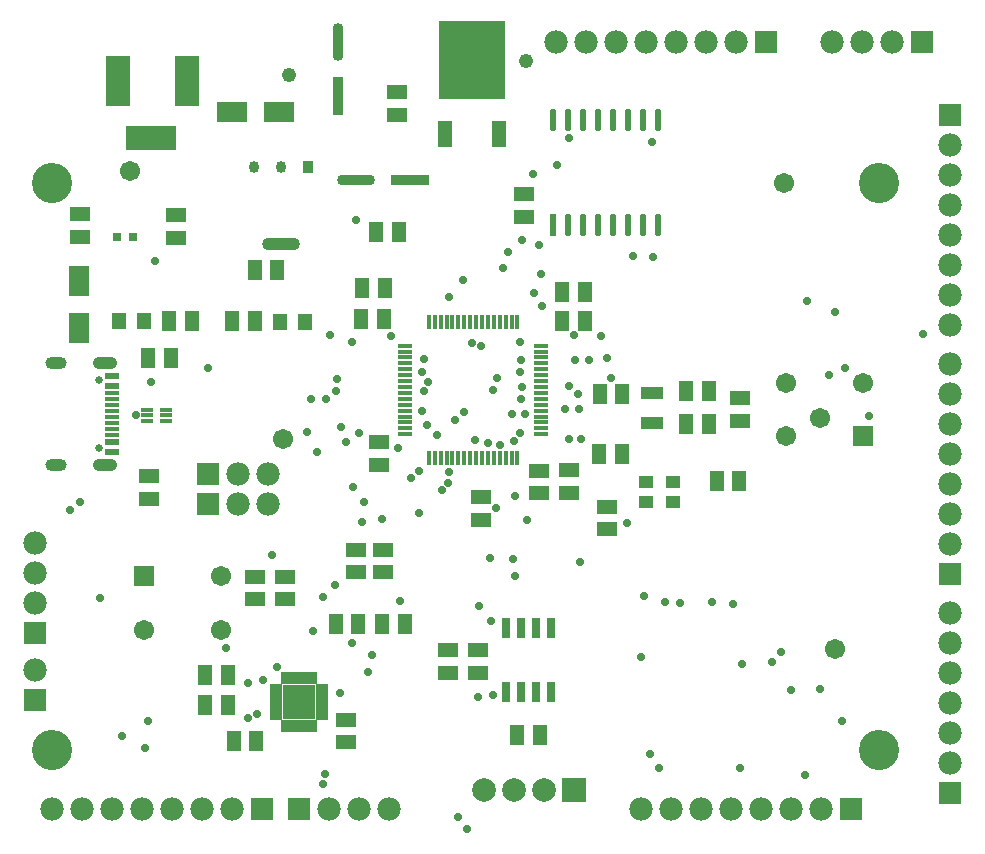
<source format=gts>
G04*
G04 #@! TF.GenerationSoftware,Altium Limited,Altium Designer,23.6.0 (18)*
G04*
G04 Layer_Color=8388736*
%FSLAX25Y25*%
%MOIN*%
G70*
G04*
G04 #@! TF.SameCoordinates,CC12AEB3-2111-4EF4-9384-BB861815B030*
G04*
G04*
G04 #@! TF.FilePolarity,Negative*
G04*
G01*
G75*
%ADD27R,0.01200X0.04700*%
%ADD28R,0.04700X0.01200*%
%ADD34R,0.02134X0.07378*%
G04:AMPARAMS|DCode=35|XSize=73.78mil|YSize=21.34mil|CornerRadius=10.67mil|HoleSize=0mil|Usage=FLASHONLY|Rotation=90.000|XOffset=0mil|YOffset=0mil|HoleType=Round|Shape=RoundedRectangle|*
%AMROUNDEDRECTD35*
21,1,0.07378,0.00000,0,0,90.0*
21,1,0.05244,0.02134,0,0,90.0*
1,1,0.02134,0.00000,0.02622*
1,1,0.02134,0.00000,-0.02622*
1,1,0.02134,0.00000,-0.02622*
1,1,0.02134,0.00000,0.02622*
%
%ADD35ROUNDEDRECTD35*%
G04:AMPARAMS|DCode=39|XSize=39.54mil|YSize=125.28mil|CornerRadius=17.2mil|HoleSize=0mil|Usage=FLASHONLY|Rotation=270.000|XOffset=0mil|YOffset=0mil|HoleType=Round|Shape=RoundedRectangle|*
%AMROUNDEDRECTD39*
21,1,0.03954,0.09088,0,0,270.0*
21,1,0.00514,0.12528,0,0,270.0*
1,1,0.03440,-0.04544,-0.00257*
1,1,0.03440,-0.04544,0.00257*
1,1,0.03440,0.04544,0.00257*
1,1,0.03440,0.04544,-0.00257*
%
%ADD39ROUNDEDRECTD39*%
G04:AMPARAMS|DCode=40|XSize=39.54mil|YSize=34.34mil|CornerRadius=17.17mil|HoleSize=0mil|Usage=FLASHONLY|Rotation=270.000|XOffset=0mil|YOffset=0mil|HoleType=Round|Shape=RoundedRectangle|*
%AMROUNDEDRECTD40*
21,1,0.03954,0.00000,0,0,270.0*
21,1,0.00520,0.03434,0,0,270.0*
1,1,0.03434,0.00000,-0.00260*
1,1,0.03434,0.00000,0.00260*
1,1,0.03434,0.00000,0.00260*
1,1,0.03434,0.00000,-0.00260*
%
%ADD40ROUNDEDRECTD40*%
%ADD41R,0.03434X0.03954*%
%ADD46R,0.06693X0.09843*%
%ADD47R,0.03898X0.01181*%
%ADD48R,0.04528X0.02362*%
%ADD49R,0.04528X0.01181*%
%ADD50R,0.07480X0.04331*%
%ADD51R,0.05118X0.04134*%
%ADD52R,0.02559X0.02756*%
%ADD53R,0.09843X0.06693*%
%ADD54R,0.04737X0.06706*%
%ADD55R,0.06706X0.04737*%
%ADD56R,0.03162X0.06902*%
%ADD57R,0.02178X0.03950*%
%ADD58R,0.04147X0.02178*%
%ADD59R,0.11036X0.11430*%
%ADD60R,0.05131X0.05524*%
%ADD61R,0.03556X0.12611*%
%ADD62O,0.03556X0.12611*%
%ADD63R,0.12611X0.03556*%
%ADD64O,0.12611X0.03556*%
%ADD65R,0.04540X0.09068*%
%ADD66R,0.22453X0.26391*%
%ADD67C,0.07800*%
%ADD68R,0.07800X0.07800*%
%ADD69C,0.13398*%
%ADD70R,0.07800X0.07800*%
%ADD71R,0.06706X0.06706*%
%ADD72C,0.06706*%
%ADD73C,0.02559*%
G04:AMPARAMS|DCode=74|XSize=39.37mil|YSize=82.68mil|CornerRadius=19.68mil|HoleSize=0mil|Usage=FLASHONLY|Rotation=270.000|XOffset=0mil|YOffset=0mil|HoleType=Round|Shape=RoundedRectangle|*
%AMROUNDEDRECTD74*
21,1,0.03937,0.04331,0,0,270.0*
21,1,0.00000,0.08268,0,0,270.0*
1,1,0.03937,-0.02165,0.00000*
1,1,0.03937,-0.02165,0.00000*
1,1,0.03937,0.02165,0.00000*
1,1,0.03937,0.02165,0.00000*
%
%ADD74ROUNDEDRECTD74*%
G04:AMPARAMS|DCode=75|XSize=39.37mil|YSize=70.87mil|CornerRadius=19.68mil|HoleSize=0mil|Usage=FLASHONLY|Rotation=270.000|XOffset=0mil|YOffset=0mil|HoleType=Round|Shape=RoundedRectangle|*
%AMROUNDEDRECTD75*
21,1,0.03937,0.03150,0,0,270.0*
21,1,0.00000,0.07087,0,0,270.0*
1,1,0.03937,-0.01575,0.00000*
1,1,0.03937,-0.01575,0.00000*
1,1,0.03937,0.01575,0.00000*
1,1,0.03937,0.01575,0.00000*
%
%ADD75ROUNDEDRECTD75*%
%ADD76R,0.16548X0.07887*%
%ADD77R,0.07887X0.16548*%
%ADD78C,0.07887*%
%ADD79R,0.07887X0.07887*%
%ADD80C,0.02800*%
%ADD81C,0.04800*%
%ADD82C,0.02769*%
D27*
X346264Y300862D02*
D03*
X344295D02*
D03*
X342327D02*
D03*
X340358D02*
D03*
X338390D02*
D03*
X336421D02*
D03*
X334453D02*
D03*
X332484D02*
D03*
X330516D02*
D03*
X328547D02*
D03*
X326579D02*
D03*
X324610D02*
D03*
X322642D02*
D03*
X320673D02*
D03*
X318705D02*
D03*
X316736D02*
D03*
Y346138D02*
D03*
X318705D02*
D03*
X320673D02*
D03*
X322642D02*
D03*
X324610D02*
D03*
X326579D02*
D03*
X328547D02*
D03*
X330516D02*
D03*
X332484D02*
D03*
X334453D02*
D03*
X336421D02*
D03*
X338390D02*
D03*
X340358D02*
D03*
X342327D02*
D03*
X344295D02*
D03*
X346264D02*
D03*
D28*
X308862Y308736D02*
D03*
Y310705D02*
D03*
Y312673D02*
D03*
Y314642D02*
D03*
Y316610D02*
D03*
Y318579D02*
D03*
Y320547D02*
D03*
Y322516D02*
D03*
Y324484D02*
D03*
Y326453D02*
D03*
Y328421D02*
D03*
Y330390D02*
D03*
Y332358D02*
D03*
Y334327D02*
D03*
Y336295D02*
D03*
Y338264D02*
D03*
X354138D02*
D03*
Y336295D02*
D03*
Y334327D02*
D03*
Y332358D02*
D03*
Y330390D02*
D03*
Y328421D02*
D03*
Y326453D02*
D03*
Y324484D02*
D03*
Y322516D02*
D03*
Y320547D02*
D03*
Y318579D02*
D03*
Y316610D02*
D03*
Y314642D02*
D03*
Y312673D02*
D03*
Y310705D02*
D03*
Y308736D02*
D03*
D34*
X358000Y378417D02*
D03*
D35*
X363000D02*
D03*
X368000D02*
D03*
X373000D02*
D03*
X378000D02*
D03*
X383000D02*
D03*
X388000D02*
D03*
X393000D02*
D03*
Y413583D02*
D03*
X388000D02*
D03*
X383000D02*
D03*
X378000D02*
D03*
X373000D02*
D03*
X368000D02*
D03*
X363000D02*
D03*
X358000D02*
D03*
D39*
X267500Y372028D02*
D03*
D40*
X258484Y397972D02*
D03*
X267500D02*
D03*
D41*
X276516D02*
D03*
D46*
X200000Y344126D02*
D03*
Y359874D02*
D03*
D47*
X229169Y316968D02*
D03*
Y315000D02*
D03*
Y313032D02*
D03*
X222831D02*
D03*
Y315000D02*
D03*
Y316968D02*
D03*
D48*
X211134Y302902D02*
D03*
Y328098D02*
D03*
Y306051D02*
D03*
Y324949D02*
D03*
D49*
Y308610D02*
D03*
Y310579D02*
D03*
Y312547D02*
D03*
Y314516D02*
D03*
Y316484D02*
D03*
Y318453D02*
D03*
Y320421D02*
D03*
Y322390D02*
D03*
D50*
X391000Y312579D02*
D03*
Y322421D02*
D03*
D51*
X398028Y286055D02*
D03*
X388972D02*
D03*
Y292945D02*
D03*
X398028D02*
D03*
D52*
X218158Y374500D02*
D03*
X212842D02*
D03*
D53*
X251000Y416000D02*
D03*
X266748D02*
D03*
D54*
X368740Y346500D02*
D03*
X361260D02*
D03*
X368740Y356000D02*
D03*
X361260D02*
D03*
X230260Y346500D02*
D03*
X237740D02*
D03*
X346260Y208500D02*
D03*
X353740D02*
D03*
X242260Y228500D02*
D03*
X249740D02*
D03*
X242260Y218500D02*
D03*
X249740D02*
D03*
X251760Y206500D02*
D03*
X259240D02*
D03*
X301740Y347000D02*
D03*
X294260D02*
D03*
X302000Y357500D02*
D03*
X294520D02*
D03*
X420240Y293000D02*
D03*
X412760D02*
D03*
X373500Y302000D02*
D03*
X380980D02*
D03*
X402520Y312000D02*
D03*
X410000D02*
D03*
X223260Y334000D02*
D03*
X230740D02*
D03*
X266240Y363500D02*
D03*
X258760D02*
D03*
X299260Y376000D02*
D03*
X306740D02*
D03*
X258740Y346500D02*
D03*
X251260D02*
D03*
X402500Y323000D02*
D03*
X409980D02*
D03*
X381240Y322000D02*
D03*
X373760D02*
D03*
X308740Y245500D02*
D03*
X301260D02*
D03*
X285760D02*
D03*
X293240D02*
D03*
D55*
X223500Y287260D02*
D03*
Y294740D02*
D03*
X306000Y415260D02*
D03*
Y422740D02*
D03*
X200500Y374520D02*
D03*
Y382000D02*
D03*
X334000Y280260D02*
D03*
Y287740D02*
D03*
X301500Y270240D02*
D03*
Y262760D02*
D03*
X292500Y270240D02*
D03*
Y262760D02*
D03*
X420500Y313260D02*
D03*
Y320740D02*
D03*
X268900Y261315D02*
D03*
Y253835D02*
D03*
X258900Y261315D02*
D03*
Y253835D02*
D03*
X353500Y296500D02*
D03*
Y289020D02*
D03*
X363500Y296740D02*
D03*
Y289260D02*
D03*
X300000Y298520D02*
D03*
Y306000D02*
D03*
X232500Y374260D02*
D03*
Y381740D02*
D03*
X348500Y381260D02*
D03*
Y388740D02*
D03*
X323000Y236740D02*
D03*
Y229260D02*
D03*
X333000Y236740D02*
D03*
Y229260D02*
D03*
X289000Y206000D02*
D03*
Y213480D02*
D03*
X376000Y284500D02*
D03*
Y277020D02*
D03*
D56*
X357500Y222740D02*
D03*
X342500D02*
D03*
Y244000D02*
D03*
X347500D02*
D03*
X352500D02*
D03*
X357500D02*
D03*
X352500Y222740D02*
D03*
X347500D02*
D03*
D57*
X278421Y227374D02*
D03*
X276453D02*
D03*
X274484D02*
D03*
X272516D02*
D03*
X270547D02*
D03*
X268579D02*
D03*
X278421Y211626D02*
D03*
X276453D02*
D03*
X274484D02*
D03*
X272516D02*
D03*
X270547D02*
D03*
X268579D02*
D03*
D58*
X265724Y224421D02*
D03*
Y222453D02*
D03*
Y220484D02*
D03*
Y218516D02*
D03*
Y216547D02*
D03*
Y214579D02*
D03*
X281276Y224421D02*
D03*
Y222453D02*
D03*
Y220484D02*
D03*
Y218516D02*
D03*
Y216547D02*
D03*
Y214579D02*
D03*
D59*
X273500Y219500D02*
D03*
D60*
X221634Y346500D02*
D03*
X213366D02*
D03*
X275500Y346000D02*
D03*
X267232D02*
D03*
D61*
X286500Y421500D02*
D03*
D62*
Y439500D02*
D03*
D63*
X310500Y393500D02*
D03*
D64*
X292500D02*
D03*
D65*
X322024Y408768D02*
D03*
X339976D02*
D03*
D66*
X331000Y433571D02*
D03*
D67*
X241000Y183909D02*
D03*
X251000Y183909D02*
D03*
X231000Y183909D02*
D03*
X221000Y183909D02*
D03*
X211000Y183909D02*
D03*
X201000Y183909D02*
D03*
X191000Y183909D02*
D03*
X185500Y272500D02*
D03*
X185500Y252500D02*
D03*
X185500Y262500D02*
D03*
X359000Y439500D02*
D03*
X369000Y439500D02*
D03*
X379000Y439500D02*
D03*
X389000Y439500D02*
D03*
X399000Y439500D02*
D03*
X419000Y439500D02*
D03*
X409000Y439500D02*
D03*
X185500Y230000D02*
D03*
X451000Y439500D02*
D03*
X471000Y439500D02*
D03*
X461000Y439500D02*
D03*
X263000Y285500D02*
D03*
X253000Y285500D02*
D03*
Y295500D02*
D03*
X263000Y295500D02*
D03*
X303500Y183909D02*
D03*
X283500Y183909D02*
D03*
X293500Y183909D02*
D03*
X490303Y332000D02*
D03*
X490303Y322000D02*
D03*
X490303Y312000D02*
D03*
X490303Y302000D02*
D03*
X490303Y292000D02*
D03*
X490303Y272000D02*
D03*
X490303Y282000D02*
D03*
X490303Y249000D02*
D03*
X490303Y239000D02*
D03*
X490303Y229000D02*
D03*
X490303Y219000D02*
D03*
X490303Y199000D02*
D03*
X490303Y209000D02*
D03*
X387500Y183909D02*
D03*
X397500Y183909D02*
D03*
X407500Y183909D02*
D03*
X417500Y183909D02*
D03*
X427500Y183909D02*
D03*
X447500Y183909D02*
D03*
X437500Y183909D02*
D03*
X490303Y345000D02*
D03*
X490303Y355000D02*
D03*
X490303Y365000D02*
D03*
X490303Y375000D02*
D03*
X490303Y385000D02*
D03*
X490303Y405000D02*
D03*
X490303Y395000D02*
D03*
D68*
X261000Y183909D02*
D03*
X429000Y439500D02*
D03*
X481000D02*
D03*
X243000Y285500D02*
D03*
Y295500D02*
D03*
X273500Y183909D02*
D03*
X457500D02*
D03*
D69*
X191248Y203437D02*
D03*
X466839D02*
D03*
X191248Y392413D02*
D03*
X466839D02*
D03*
D70*
X185500Y242500D02*
D03*
Y220000D02*
D03*
X490303Y262000D02*
D03*
Y189000D02*
D03*
Y415000D02*
D03*
D71*
X221705Y261358D02*
D03*
X461295Y308142D02*
D03*
D72*
X247295Y261358D02*
D03*
Y243642D02*
D03*
X221705D02*
D03*
X435705Y308142D02*
D03*
Y325858D02*
D03*
X461295D02*
D03*
X452000Y237000D02*
D03*
X268000Y307000D02*
D03*
X435000Y392500D02*
D03*
X217000Y396500D02*
D03*
X447000Y314000D02*
D03*
D73*
X206902Y304122D02*
D03*
Y326878D02*
D03*
D74*
X208870Y298492D02*
D03*
Y332508D02*
D03*
D75*
X192413Y298492D02*
D03*
Y332508D02*
D03*
D76*
X224189Y407602D02*
D03*
D77*
X213165Y426500D02*
D03*
X236000D02*
D03*
D78*
X335000Y190000D02*
D03*
X345000D02*
D03*
X355000D02*
D03*
D79*
X365000D02*
D03*
D80*
X450000Y328500D02*
D03*
X377500Y327500D02*
D03*
X323000Y292500D02*
D03*
X354500Y351500D02*
D03*
X351885Y355673D02*
D03*
X331000Y339145D02*
D03*
X315000Y333895D02*
D03*
X455500Y330898D02*
D03*
X442764Y353183D02*
D03*
X376000Y334000D02*
D03*
X374000Y341400D02*
D03*
X328000Y360000D02*
D03*
X343000Y369500D02*
D03*
X337304Y246633D02*
D03*
X297697Y235303D02*
D03*
X283699Y341966D02*
D03*
X367500Y307005D02*
D03*
X264500Y268500D02*
D03*
X293500Y309000D02*
D03*
X289000Y306000D02*
D03*
X219000Y315000D02*
D03*
X306500Y304000D02*
D03*
X334000Y338000D02*
D03*
X281500Y254500D02*
D03*
X285500Y258500D02*
D03*
X301000Y280500D02*
D03*
X310814Y294185D02*
D03*
X313500Y296500D02*
D03*
X294500Y279500D02*
D03*
X295000Y286000D02*
D03*
X225500Y366500D02*
D03*
X224000Y326000D02*
D03*
X363500Y307005D02*
D03*
X304000Y341500D02*
D03*
X336465Y305964D02*
D03*
X340328Y305300D02*
D03*
X332203Y306674D02*
D03*
X321000Y290000D02*
D03*
X316500Y326000D02*
D03*
X338000Y323500D02*
D03*
X282500Y320500D02*
D03*
X339000Y284000D02*
D03*
X365000Y341900D02*
D03*
X281500Y192000D02*
D03*
X313500Y282500D02*
D03*
X316218Y311812D02*
D03*
X319597Y308403D02*
D03*
X314500Y316500D02*
D03*
X328500Y316000D02*
D03*
X325500Y313500D02*
D03*
X314412Y329442D02*
D03*
X315000Y323000D02*
D03*
X223000Y213000D02*
D03*
X207000Y254000D02*
D03*
X222000Y204000D02*
D03*
X279513Y302766D02*
D03*
X276000Y309500D02*
D03*
X277500Y320500D02*
D03*
X286000Y327000D02*
D03*
X282000Y195500D02*
D03*
X363500Y324900D02*
D03*
X365500Y333600D02*
D03*
X370000D02*
D03*
X452000Y349500D02*
D03*
X481500Y342000D02*
D03*
X345500Y261500D02*
D03*
X337000Y267500D02*
D03*
X333500Y251500D02*
D03*
X333000Y221000D02*
D03*
X326500Y181000D02*
D03*
X329500Y177000D02*
D03*
X338049Y221819D02*
D03*
X454500Y213000D02*
D03*
X446962Y223746D02*
D03*
X434000Y236000D02*
D03*
X418000Y252000D02*
D03*
X348859Y315543D02*
D03*
X339500Y327500D02*
D03*
X344500Y315500D02*
D03*
X437500Y223500D02*
D03*
X431001Y232735D02*
D03*
X411218Y252792D02*
D03*
X214500Y208000D02*
D03*
X197000Y283500D02*
D03*
X243109Y330905D02*
D03*
X200500Y286000D02*
D03*
X291500Y291000D02*
D03*
X285697Y323303D02*
D03*
X287500Y311000D02*
D03*
X367000Y266000D02*
D03*
X420500Y197500D02*
D03*
X442000Y195000D02*
D03*
X388523Y254672D02*
D03*
X390500Y202000D02*
D03*
X344893Y267060D02*
D03*
X345500Y288000D02*
D03*
X349500Y280000D02*
D03*
X387500Y234500D02*
D03*
X393500Y197500D02*
D03*
X323497Y296022D02*
D03*
X249000Y237500D02*
D03*
X359500Y398500D02*
D03*
X323500Y354500D02*
D03*
X363500Y407500D02*
D03*
X384852Y368033D02*
D03*
X391471Y367977D02*
D03*
X353462Y371779D02*
D03*
X341500Y364000D02*
D03*
X347000Y309000D02*
D03*
X382879Y279185D02*
D03*
X463303Y314803D02*
D03*
X366669Y317300D02*
D03*
X366500Y322100D02*
D03*
X347863Y324396D02*
D03*
X347000Y329500D02*
D03*
Y339500D02*
D03*
X347500Y333500D02*
D03*
X347881Y373421D02*
D03*
X354000Y362000D02*
D03*
X391118Y406222D02*
D03*
X421000Y232000D02*
D03*
X400500Y252500D02*
D03*
X345000Y306500D02*
D03*
X395452Y252696D02*
D03*
X347500Y320500D02*
D03*
X351381Y395336D02*
D03*
X292500Y380000D02*
D03*
X259500Y215500D02*
D03*
X256500Y214000D02*
D03*
X307000Y253000D02*
D03*
X278013Y243227D02*
D03*
X291000Y339500D02*
D03*
X256464Y225857D02*
D03*
X266000Y231000D02*
D03*
X261521Y226792D02*
D03*
X287000Y222500D02*
D03*
X296500Y229500D02*
D03*
X291000Y239000D02*
D03*
X362000Y317042D02*
D03*
D81*
X270000Y428500D02*
D03*
X349000Y433000D02*
D03*
D82*
X271335Y221665D02*
D03*
Y217335D02*
D03*
X275665D02*
D03*
Y221665D02*
D03*
M02*

</source>
